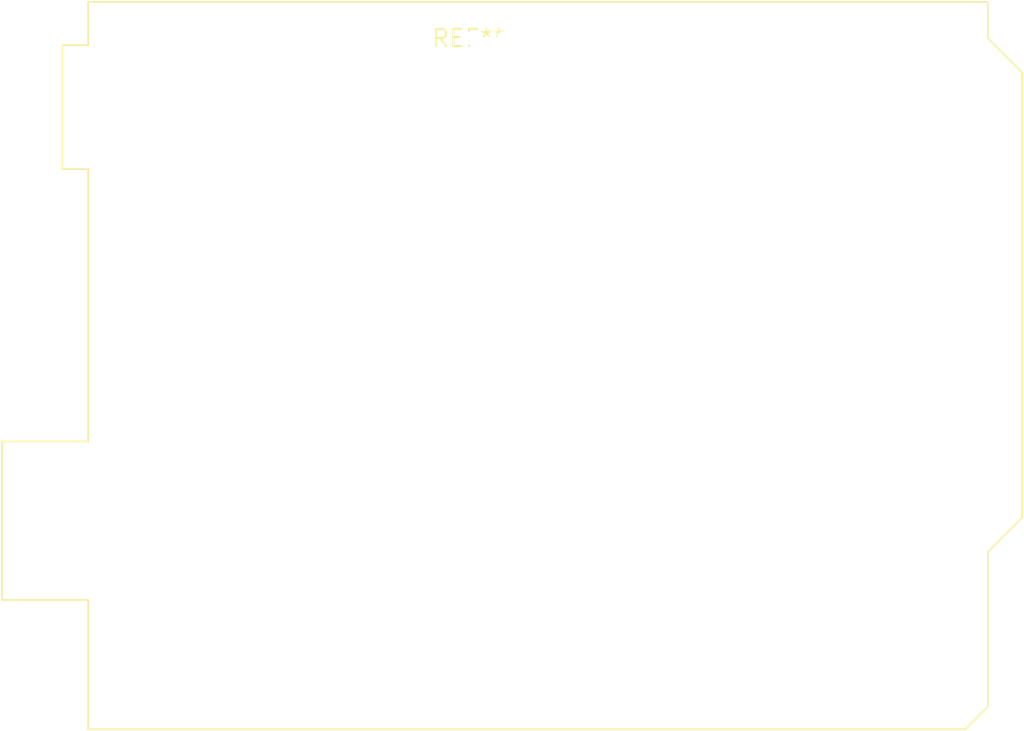
<source format=kicad_pcb>
(kicad_pcb (version 20240108) (generator pcbnew)
  (layers (0 "F.Cu" signal) (31 "B.Cu" signal) (34 "B.Paste" user) (35 "F.Paste" user) (36 "B.SilkS" user "B.Silkscreen") (37 "F.SilkS" user "F.Silkscreen") (38 "B.Mask" user) (39 "F.Mask" user) (44 "Edge.Cuts" user))
  (net 0 "")
  (footprint "Arduino_UNO_R3" (layer "F.Cu") (at 0 0)
    (property "Reference" "REF**")
    (property "Value" "Arduino_UNO_R3")
    (fp_line (start -34.42 29.72) (end -34.42 41.4) (layer "F.SilkS") (stroke (width 0.12)))
    (fp_line (start -34.42 41.4) (end -28.07 41.4) (layer "F.SilkS") (stroke (width 0.12)))
    (fp_line (start -29.97 0.51) (end -29.97 9.65) (layer "F.SilkS") (stroke (width 0.12)))
    (fp_line (start -29.97 9.65) (end -28.07 9.65) (layer "F.SilkS") (stroke (width 0.12)))
    (fp_line (start -28.07 -2.67) (end -28.07 0.51) (layer "F.SilkS") (stroke (width 0.12)))
    (fp_line (start -28.07 0.51) (end -29.97 0.51) (layer "F.SilkS") (stroke (width 0.12)))
    (fp_line (start -28.07 9.65) (end -28.07 29.72) (layer "F.SilkS") (stroke (width 0.12)))
    (fp_line (start -28.07 29.72) (end -34.42 29.72) (layer "F.SilkS") (stroke (width 0.12)))
    (fp_line (start -28.07 41.4) (end -28.07 50.93) (layer "F.SilkS") (stroke (width 0.12)))
    (fp_line (start -28.07 50.93) (end 36.58 50.93) (layer "F.SilkS") (stroke (width 0.12)))
    (fp_line (start 36.58 50.93) (end 38.23 49.28) (layer "F.SilkS") (stroke (width 0.12)))
    (fp_line (start 38.23 -2.67) (end -28.07 -2.67) (layer "F.SilkS") (stroke (width 0.12)))
    (fp_line (start 38.23 0) (end 38.23 -2.67) (layer "F.SilkS") (stroke (width 0.12)))
    (fp_line (start 38.23 37.85) (end 40.77 35.31) (layer "F.SilkS") (stroke (width 0.12)))
    (fp_line (start 38.23 49.28) (end 38.23 37.85) (layer "F.SilkS") (stroke (width 0.12)))
    (fp_line (start 40.77 2.54) (end 38.23 0) (layer "F.SilkS") (stroke (width 0.12)))
    (fp_line (start 40.77 35.31) (end 40.77 2.54) (layer "F.SilkS") (stroke (width 0.12)))
    (pad "1" thru_hole rect (at 0 0 90) (size 1.6 1.6) (drill 1) (layers *.Cu *.Mask) (remove_unused_layers))
    (pad "2" thru_hole oval (at 2.54 0 90) (size 1.6 1.6) (drill 1) (layers *.Cu *.Mask) (remove_unused_layers))
    (pad "3" thru_hole oval (at 5.08 0 90) (size 1.6 1.6) (drill 1) (layers *.Cu *.Mask) (remove_unused_layers))
    (pad "4" thru_hole oval (at 7.62 0 90) (size 1.6 1.6) (drill 1) (layers *.Cu *.Mask) (remove_unused_layers))
    (pad "5" thru_hole oval (at 10.16 0 90) (size 1.6 1.6) (drill 1) (layers *.Cu *.Mask) (remove_unused_layers))
    (pad "6" thru_hole oval (at 12.7 0 90) (size 1.6 1.6) (drill 1) (layers *.Cu *.Mask) (remove_unused_layers))
    (pad "7" thru_hole oval (at 15.24 0 90) (size 1.6 1.6) (drill 1) (layers *.Cu *.Mask) (remove_unused_layers))
    (pad "8" thru_hole oval (at 17.78 0 90) (size 1.6 1.6) (drill 1) (layers *.Cu *.Mask) (remove_unused_layers))
    (pad "9" thru_hole oval (at 22.86 0 90) (size 1.6 1.6) (drill 1) (layers *.Cu *.Mask) (remove_unused_layers))
    (pad "10" thru_hole oval (at 25.4 0 90) (size 1.6 1.6) (drill 1) (layers *.Cu *.Mask) (remove_unused_layers))
    (pad "11" thru_hole oval (at 27.94 0 90) (size 1.6 1.6) (drill 1) (layers *.Cu *.Mask) (remove_unused_layers))
    (pad "12" thru_hole oval (at 30.48 0 90) (size 1.6 1.6) (drill 1) (layers *.Cu *.Mask) (remove_unused_layers))
    (pad "13" thru_hole oval (at 33.02 0 90) (size 1.6 1.6) (drill 1) (layers *.Cu *.Mask) (remove_unused_layers))
    (pad "14" thru_hole oval (at 35.56 0 90) (size 1.6 1.6) (drill 1) (layers *.Cu *.Mask) (remove_unused_layers))
    (pad "15" thru_hole oval (at 35.56 48.26 90) (size 1.6 1.6) (drill 1) (layers *.Cu *.Mask) (remove_unused_layers))
    (pad "16" thru_hole oval (at 33.02 48.26 90) (size 1.6 1.6) (drill 1) (layers *.Cu *.Mask) (remove_unused_layers))
    (pad "17" thru_hole oval (at 30.48 48.26 90) (size 1.6 1.6) (drill 1) (layers *.Cu *.Mask) (remove_unused_layers))
    (pad "18" thru_hole oval (at 27.94 48.26 90) (size 1.6 1.6) (drill 1) (layers *.Cu *.Mask) (remove_unused_layers))
    (pad "19" thru_hole oval (at 25.4 48.26 90) (size 1.6 1.6) (drill 1) (layers *.Cu *.Mask) (remove_unused_layers))
    (pad "20" thru_hole oval (at 22.86 48.26 90) (size 1.6 1.6) (drill 1) (layers *.Cu *.Mask) (remove_unused_layers))
    (pad "21" thru_hole oval (at 20.32 48.26 90) (size 1.6 1.6) (drill 1) (layers *.Cu *.Mask) (remove_unused_layers))
    (pad "22" thru_hole oval (at 17.78 48.26 90) (size 1.6 1.6) (drill 1) (layers *.Cu *.Mask) (remove_unused_layers))
    (pad "23" thru_hole oval (at 13.72 48.26 90) (size 1.6 1.6) (drill 1) (layers *.Cu *.Mask) (remove_unused_layers))
    (pad "24" thru_hole oval (at 11.18 48.26 90) (size 1.6 1.6) (drill 1) (layers *.Cu *.Mask) (remove_unused_layers))
    (pad "25" thru_hole oval (at 8.64 48.26 90) (size 1.6 1.6) (drill 1) (layers *.Cu *.Mask) (remove_unused_layers))
    (pad "26" thru_hole oval (at 6.1 48.26 90) (size 1.6 1.6) (drill 1) (layers *.Cu *.Mask) (remove_unused_layers))
    (pad "27" thru_hole oval (at 3.56 48.26 90) (size 1.6 1.6) (drill 1) (layers *.Cu *.Mask) (remove_unused_layers))
    (pad "28" thru_hole oval (at 1.02 48.26 90) (size 1.6 1.6) (drill 1) (layers *.Cu *.Mask) (remove_unused_layers))
    (pad "29" thru_hole oval (at -1.52 48.26 90) (size 1.6 1.6) (drill 1) (layers *.Cu *.Mask) (remove_unused_layers))
    (pad "30" thru_hole oval (at -4.06 48.26 90) (size 1.6 1.6) (drill 1) (layers *.Cu *.Mask) (remove_unused_layers))
    (pad "31" thru_hole oval (at -6.6 48.26 90) (size 1.6 1.6) (drill 1) (layers *.Cu *.Mask) (remove_unused_layers))
    (pad "32" thru_hole oval (at -9.14 48.26 90) (size 1.6 1.6) (drill 1) (layers *.Cu *.Mask) (remove_unused_layers))
  )
)
</source>
